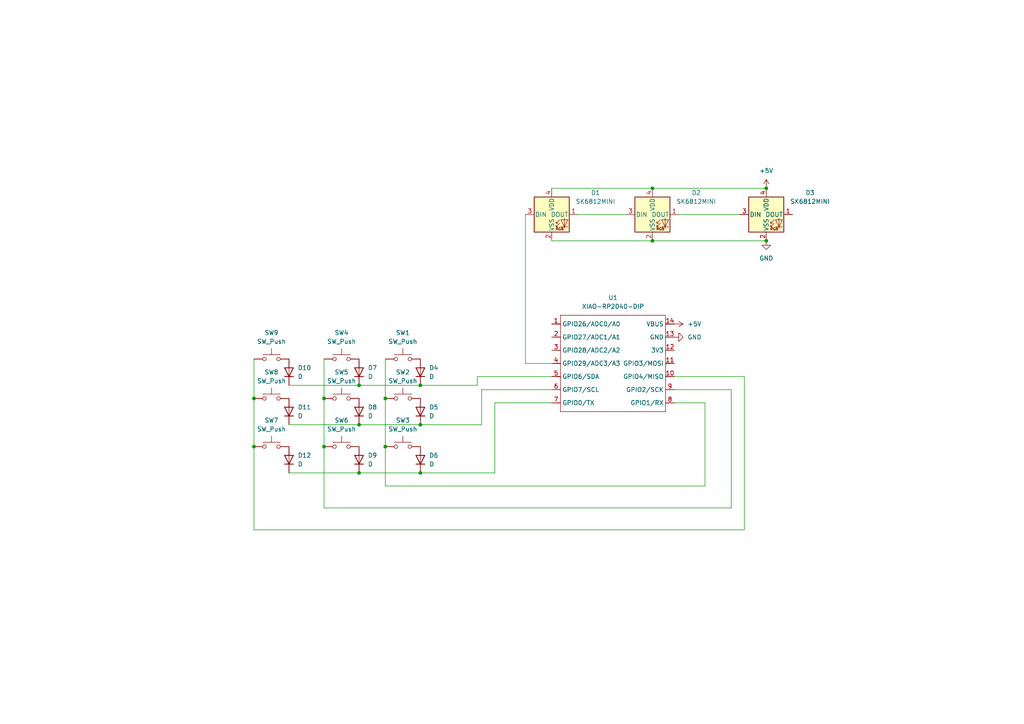
<source format=kicad_sch>
(kicad_sch
	(version 20231120)
	(generator "eeschema")
	(generator_version "8.0")
	(uuid "75fff938-4637-4fc9-9588-e755eafbab70")
	(paper "A4")
	(title_block
		(title "BluePunia's")
	)
	(lib_symbols
		(symbol "Device:D"
			(pin_numbers hide)
			(pin_names
				(offset 1.016) hide)
			(exclude_from_sim no)
			(in_bom yes)
			(on_board yes)
			(property "Reference" "D"
				(at 0 2.54 0)
				(effects
					(font
						(size 1.27 1.27)
					)
				)
			)
			(property "Value" "D"
				(at 0 -2.54 0)
				(effects
					(font
						(size 1.27 1.27)
					)
				)
			)
			(property "Footprint" ""
				(at 0 0 0)
				(effects
					(font
						(size 1.27 1.27)
					)
					(hide yes)
				)
			)
			(property "Datasheet" "~"
				(at 0 0 0)
				(effects
					(font
						(size 1.27 1.27)
					)
					(hide yes)
				)
			)
			(property "Description" "Diode"
				(at 0 0 0)
				(effects
					(font
						(size 1.27 1.27)
					)
					(hide yes)
				)
			)
			(property "Sim.Device" "D"
				(at 0 0 0)
				(effects
					(font
						(size 1.27 1.27)
					)
					(hide yes)
				)
			)
			(property "Sim.Pins" "1=K 2=A"
				(at 0 0 0)
				(effects
					(font
						(size 1.27 1.27)
					)
					(hide yes)
				)
			)
			(property "ki_keywords" "diode"
				(at 0 0 0)
				(effects
					(font
						(size 1.27 1.27)
					)
					(hide yes)
				)
			)
			(property "ki_fp_filters" "TO-???* *_Diode_* *SingleDiode* D_*"
				(at 0 0 0)
				(effects
					(font
						(size 1.27 1.27)
					)
					(hide yes)
				)
			)
			(symbol "D_0_1"
				(polyline
					(pts
						(xy -1.27 1.27) (xy -1.27 -1.27)
					)
					(stroke
						(width 0.254)
						(type default)
					)
					(fill
						(type none)
					)
				)
				(polyline
					(pts
						(xy 1.27 0) (xy -1.27 0)
					)
					(stroke
						(width 0)
						(type default)
					)
					(fill
						(type none)
					)
				)
				(polyline
					(pts
						(xy 1.27 1.27) (xy 1.27 -1.27) (xy -1.27 0) (xy 1.27 1.27)
					)
					(stroke
						(width 0.254)
						(type default)
					)
					(fill
						(type none)
					)
				)
			)
			(symbol "D_1_1"
				(pin passive line
					(at -3.81 0 0)
					(length 2.54)
					(name "K"
						(effects
							(font
								(size 1.27 1.27)
							)
						)
					)
					(number "1"
						(effects
							(font
								(size 1.27 1.27)
							)
						)
					)
				)
				(pin passive line
					(at 3.81 0 180)
					(length 2.54)
					(name "A"
						(effects
							(font
								(size 1.27 1.27)
							)
						)
					)
					(number "2"
						(effects
							(font
								(size 1.27 1.27)
							)
						)
					)
				)
			)
		)
		(symbol "LED:SK6812MINI"
			(pin_names
				(offset 0.254)
			)
			(exclude_from_sim no)
			(in_bom yes)
			(on_board yes)
			(property "Reference" "D"
				(at 5.08 5.715 0)
				(effects
					(font
						(size 1.27 1.27)
					)
					(justify right bottom)
				)
			)
			(property "Value" "SK6812MINI"
				(at 1.27 -5.715 0)
				(effects
					(font
						(size 1.27 1.27)
					)
					(justify left top)
				)
			)
			(property "Footprint" "LED_SMD:LED_SK6812MINI_PLCC4_3.5x3.5mm_P1.75mm"
				(at 1.27 -7.62 0)
				(effects
					(font
						(size 1.27 1.27)
					)
					(justify left top)
					(hide yes)
				)
			)
			(property "Datasheet" "https://cdn-shop.adafruit.com/product-files/2686/SK6812MINI_REV.01-1-2.pdf"
				(at 2.54 -9.525 0)
				(effects
					(font
						(size 1.27 1.27)
					)
					(justify left top)
					(hide yes)
				)
			)
			(property "Description" "RGB LED with integrated controller"
				(at 0 0 0)
				(effects
					(font
						(size 1.27 1.27)
					)
					(hide yes)
				)
			)
			(property "ki_keywords" "RGB LED NeoPixel Mini addressable"
				(at 0 0 0)
				(effects
					(font
						(size 1.27 1.27)
					)
					(hide yes)
				)
			)
			(property "ki_fp_filters" "LED*SK6812MINI*PLCC*3.5x3.5mm*P1.75mm*"
				(at 0 0 0)
				(effects
					(font
						(size 1.27 1.27)
					)
					(hide yes)
				)
			)
			(symbol "SK6812MINI_0_0"
				(text "RGB"
					(at 2.286 -4.191 0)
					(effects
						(font
							(size 0.762 0.762)
						)
					)
				)
			)
			(symbol "SK6812MINI_0_1"
				(polyline
					(pts
						(xy 1.27 -3.556) (xy 1.778 -3.556)
					)
					(stroke
						(width 0)
						(type default)
					)
					(fill
						(type none)
					)
				)
				(polyline
					(pts
						(xy 1.27 -2.54) (xy 1.778 -2.54)
					)
					(stroke
						(width 0)
						(type default)
					)
					(fill
						(type none)
					)
				)
				(polyline
					(pts
						(xy 4.699 -3.556) (xy 2.667 -3.556)
					)
					(stroke
						(width 0)
						(type default)
					)
					(fill
						(type none)
					)
				)
				(polyline
					(pts
						(xy 2.286 -2.54) (xy 1.27 -3.556) (xy 1.27 -3.048)
					)
					(stroke
						(width 0)
						(type default)
					)
					(fill
						(type none)
					)
				)
				(polyline
					(pts
						(xy 2.286 -1.524) (xy 1.27 -2.54) (xy 1.27 -2.032)
					)
					(stroke
						(width 0)
						(type default)
					)
					(fill
						(type none)
					)
				)
				(polyline
					(pts
						(xy 3.683 -1.016) (xy 3.683 -3.556) (xy 3.683 -4.064)
					)
					(stroke
						(width 0)
						(type default)
					)
					(fill
						(type none)
					)
				)
				(polyline
					(pts
						(xy 4.699 -1.524) (xy 2.667 -1.524) (xy 3.683 -3.556) (xy 4.699 -1.524)
					)
					(stroke
						(width 0)
						(type default)
					)
					(fill
						(type none)
					)
				)
				(rectangle
					(start 5.08 5.08)
					(end -5.08 -5.08)
					(stroke
						(width 0.254)
						(type default)
					)
					(fill
						(type background)
					)
				)
			)
			(symbol "SK6812MINI_1_1"
				(pin output line
					(at 7.62 0 180)
					(length 2.54)
					(name "DOUT"
						(effects
							(font
								(size 1.27 1.27)
							)
						)
					)
					(number "1"
						(effects
							(font
								(size 1.27 1.27)
							)
						)
					)
				)
				(pin power_in line
					(at 0 -7.62 90)
					(length 2.54)
					(name "VSS"
						(effects
							(font
								(size 1.27 1.27)
							)
						)
					)
					(number "2"
						(effects
							(font
								(size 1.27 1.27)
							)
						)
					)
				)
				(pin input line
					(at -7.62 0 0)
					(length 2.54)
					(name "DIN"
						(effects
							(font
								(size 1.27 1.27)
							)
						)
					)
					(number "3"
						(effects
							(font
								(size 1.27 1.27)
							)
						)
					)
				)
				(pin power_in line
					(at 0 7.62 270)
					(length 2.54)
					(name "VDD"
						(effects
							(font
								(size 1.27 1.27)
							)
						)
					)
					(number "4"
						(effects
							(font
								(size 1.27 1.27)
							)
						)
					)
				)
			)
		)
		(symbol "Switch:SW_Push"
			(pin_numbers hide)
			(pin_names
				(offset 1.016) hide)
			(exclude_from_sim no)
			(in_bom yes)
			(on_board yes)
			(property "Reference" "SW"
				(at 1.27 2.54 0)
				(effects
					(font
						(size 1.27 1.27)
					)
					(justify left)
				)
			)
			(property "Value" "SW_Push"
				(at 0 -1.524 0)
				(effects
					(font
						(size 1.27 1.27)
					)
				)
			)
			(property "Footprint" ""
				(at 0 5.08 0)
				(effects
					(font
						(size 1.27 1.27)
					)
					(hide yes)
				)
			)
			(property "Datasheet" "~"
				(at 0 5.08 0)
				(effects
					(font
						(size 1.27 1.27)
					)
					(hide yes)
				)
			)
			(property "Description" "Push button switch, generic, two pins"
				(at 0 0 0)
				(effects
					(font
						(size 1.27 1.27)
					)
					(hide yes)
				)
			)
			(property "ki_keywords" "switch normally-open pushbutton push-button"
				(at 0 0 0)
				(effects
					(font
						(size 1.27 1.27)
					)
					(hide yes)
				)
			)
			(symbol "SW_Push_0_1"
				(circle
					(center -2.032 0)
					(radius 0.508)
					(stroke
						(width 0)
						(type default)
					)
					(fill
						(type none)
					)
				)
				(polyline
					(pts
						(xy 0 1.27) (xy 0 3.048)
					)
					(stroke
						(width 0)
						(type default)
					)
					(fill
						(type none)
					)
				)
				(polyline
					(pts
						(xy 2.54 1.27) (xy -2.54 1.27)
					)
					(stroke
						(width 0)
						(type default)
					)
					(fill
						(type none)
					)
				)
				(circle
					(center 2.032 0)
					(radius 0.508)
					(stroke
						(width 0)
						(type default)
					)
					(fill
						(type none)
					)
				)
				(pin passive line
					(at -5.08 0 0)
					(length 2.54)
					(name "1"
						(effects
							(font
								(size 1.27 1.27)
							)
						)
					)
					(number "1"
						(effects
							(font
								(size 1.27 1.27)
							)
						)
					)
				)
				(pin passive line
					(at 5.08 0 180)
					(length 2.54)
					(name "2"
						(effects
							(font
								(size 1.27 1.27)
							)
						)
					)
					(number "2"
						(effects
							(font
								(size 1.27 1.27)
							)
						)
					)
				)
			)
		)
		(symbol "power:+5V"
			(power)
			(pin_numbers hide)
			(pin_names
				(offset 0) hide)
			(exclude_from_sim no)
			(in_bom yes)
			(on_board yes)
			(property "Reference" "#PWR"
				(at 0 -3.81 0)
				(effects
					(font
						(size 1.27 1.27)
					)
					(hide yes)
				)
			)
			(property "Value" "+5V"
				(at 0 3.556 0)
				(effects
					(font
						(size 1.27 1.27)
					)
				)
			)
			(property "Footprint" ""
				(at 0 0 0)
				(effects
					(font
						(size 1.27 1.27)
					)
					(hide yes)
				)
			)
			(property "Datasheet" ""
				(at 0 0 0)
				(effects
					(font
						(size 1.27 1.27)
					)
					(hide yes)
				)
			)
			(property "Description" "Power symbol creates a global label with name \"+5V\""
				(at 0 0 0)
				(effects
					(font
						(size 1.27 1.27)
					)
					(hide yes)
				)
			)
			(property "ki_keywords" "global power"
				(at 0 0 0)
				(effects
					(font
						(size 1.27 1.27)
					)
					(hide yes)
				)
			)
			(symbol "+5V_0_1"
				(polyline
					(pts
						(xy -0.762 1.27) (xy 0 2.54)
					)
					(stroke
						(width 0)
						(type default)
					)
					(fill
						(type none)
					)
				)
				(polyline
					(pts
						(xy 0 0) (xy 0 2.54)
					)
					(stroke
						(width 0)
						(type default)
					)
					(fill
						(type none)
					)
				)
				(polyline
					(pts
						(xy 0 2.54) (xy 0.762 1.27)
					)
					(stroke
						(width 0)
						(type default)
					)
					(fill
						(type none)
					)
				)
			)
			(symbol "+5V_1_1"
				(pin power_in line
					(at 0 0 90)
					(length 0)
					(name "~"
						(effects
							(font
								(size 1.27 1.27)
							)
						)
					)
					(number "1"
						(effects
							(font
								(size 1.27 1.27)
							)
						)
					)
				)
			)
		)
		(symbol "power:GND"
			(power)
			(pin_numbers hide)
			(pin_names
				(offset 0) hide)
			(exclude_from_sim no)
			(in_bom yes)
			(on_board yes)
			(property "Reference" "#PWR"
				(at 0 -6.35 0)
				(effects
					(font
						(size 1.27 1.27)
					)
					(hide yes)
				)
			)
			(property "Value" "GND"
				(at 0 -3.81 0)
				(effects
					(font
						(size 1.27 1.27)
					)
				)
			)
			(property "Footprint" ""
				(at 0 0 0)
				(effects
					(font
						(size 1.27 1.27)
					)
					(hide yes)
				)
			)
			(property "Datasheet" ""
				(at 0 0 0)
				(effects
					(font
						(size 1.27 1.27)
					)
					(hide yes)
				)
			)
			(property "Description" "Power symbol creates a global label with name \"GND\" , ground"
				(at 0 0 0)
				(effects
					(font
						(size 1.27 1.27)
					)
					(hide yes)
				)
			)
			(property "ki_keywords" "global power"
				(at 0 0 0)
				(effects
					(font
						(size 1.27 1.27)
					)
					(hide yes)
				)
			)
			(symbol "GND_0_1"
				(polyline
					(pts
						(xy 0 0) (xy 0 -1.27) (xy 1.27 -1.27) (xy 0 -2.54) (xy -1.27 -1.27) (xy 0 -1.27)
					)
					(stroke
						(width 0)
						(type default)
					)
					(fill
						(type none)
					)
				)
			)
			(symbol "GND_1_1"
				(pin power_in line
					(at 0 0 270)
					(length 0)
					(name "~"
						(effects
							(font
								(size 1.27 1.27)
							)
						)
					)
					(number "1"
						(effects
							(font
								(size 1.27 1.27)
							)
						)
					)
				)
			)
		)
		(symbol "projectOPL:XIAO-RP2040-DIP"
			(exclude_from_sim no)
			(in_bom yes)
			(on_board yes)
			(property "Reference" "U"
				(at 0 0 0)
				(effects
					(font
						(size 1.27 1.27)
					)
				)
			)
			(property "Value" "XIAO-RP2040-DIP"
				(at 5.334 -1.778 0)
				(effects
					(font
						(size 1.27 1.27)
					)
				)
			)
			(property "Footprint" "Module:MOUDLE14P-XIAO-DIP-SMD"
				(at 14.478 -32.258 0)
				(effects
					(font
						(size 1.27 1.27)
					)
					(hide yes)
				)
			)
			(property "Datasheet" ""
				(at 0 0 0)
				(effects
					(font
						(size 1.27 1.27)
					)
					(hide yes)
				)
			)
			(property "Description" ""
				(at 0 0 0)
				(effects
					(font
						(size 1.27 1.27)
					)
					(hide yes)
				)
			)
			(symbol "XIAO-RP2040-DIP_1_0"
				(polyline
					(pts
						(xy -1.27 -30.48) (xy -1.27 -16.51)
					)
					(stroke
						(width 0.1524)
						(type solid)
					)
					(fill
						(type none)
					)
				)
				(polyline
					(pts
						(xy -1.27 -27.94) (xy -2.54 -27.94)
					)
					(stroke
						(width 0.1524)
						(type solid)
					)
					(fill
						(type none)
					)
				)
				(polyline
					(pts
						(xy -1.27 -24.13) (xy -2.54 -24.13)
					)
					(stroke
						(width 0.1524)
						(type solid)
					)
					(fill
						(type none)
					)
				)
				(polyline
					(pts
						(xy -1.27 -20.32) (xy -2.54 -20.32)
					)
					(stroke
						(width 0.1524)
						(type solid)
					)
					(fill
						(type none)
					)
				)
				(polyline
					(pts
						(xy -1.27 -16.51) (xy -2.54 -16.51)
					)
					(stroke
						(width 0.1524)
						(type solid)
					)
					(fill
						(type none)
					)
				)
				(polyline
					(pts
						(xy -1.27 -16.51) (xy -1.27 -12.7)
					)
					(stroke
						(width 0.1524)
						(type solid)
					)
					(fill
						(type none)
					)
				)
				(polyline
					(pts
						(xy -1.27 -12.7) (xy -2.54 -12.7)
					)
					(stroke
						(width 0.1524)
						(type solid)
					)
					(fill
						(type none)
					)
				)
				(polyline
					(pts
						(xy -1.27 -12.7) (xy -1.27 -8.89)
					)
					(stroke
						(width 0.1524)
						(type solid)
					)
					(fill
						(type none)
					)
				)
				(polyline
					(pts
						(xy -1.27 -8.89) (xy -2.54 -8.89)
					)
					(stroke
						(width 0.1524)
						(type solid)
					)
					(fill
						(type none)
					)
				)
				(polyline
					(pts
						(xy -1.27 -8.89) (xy -1.27 -5.08)
					)
					(stroke
						(width 0.1524)
						(type solid)
					)
					(fill
						(type none)
					)
				)
				(polyline
					(pts
						(xy -1.27 -5.08) (xy -2.54 -5.08)
					)
					(stroke
						(width 0.1524)
						(type solid)
					)
					(fill
						(type none)
					)
				)
				(polyline
					(pts
						(xy -1.27 -5.08) (xy -1.27 -2.54)
					)
					(stroke
						(width 0.1524)
						(type solid)
					)
					(fill
						(type none)
					)
				)
				(polyline
					(pts
						(xy -1.27 -2.54) (xy 29.21 -2.54)
					)
					(stroke
						(width 0.1524)
						(type solid)
					)
					(fill
						(type none)
					)
				)
				(polyline
					(pts
						(xy 29.21 -30.48) (xy -1.27 -30.48)
					)
					(stroke
						(width 0.1524)
						(type solid)
					)
					(fill
						(type none)
					)
				)
				(polyline
					(pts
						(xy 29.21 -12.7) (xy 29.21 -30.48)
					)
					(stroke
						(width 0.1524)
						(type solid)
					)
					(fill
						(type none)
					)
				)
				(polyline
					(pts
						(xy 29.21 -8.89) (xy 29.21 -12.7)
					)
					(stroke
						(width 0.1524)
						(type solid)
					)
					(fill
						(type none)
					)
				)
				(polyline
					(pts
						(xy 29.21 -5.08) (xy 29.21 -8.89)
					)
					(stroke
						(width 0.1524)
						(type solid)
					)
					(fill
						(type none)
					)
				)
				(polyline
					(pts
						(xy 29.21 -2.54) (xy 29.21 -5.08)
					)
					(stroke
						(width 0.1524)
						(type solid)
					)
					(fill
						(type none)
					)
				)
				(polyline
					(pts
						(xy 30.48 -27.94) (xy 29.21 -27.94)
					)
					(stroke
						(width 0.1524)
						(type solid)
					)
					(fill
						(type none)
					)
				)
				(polyline
					(pts
						(xy 30.48 -24.13) (xy 29.21 -24.13)
					)
					(stroke
						(width 0.1524)
						(type solid)
					)
					(fill
						(type none)
					)
				)
				(polyline
					(pts
						(xy 30.48 -20.32) (xy 29.21 -20.32)
					)
					(stroke
						(width 0.1524)
						(type solid)
					)
					(fill
						(type none)
					)
				)
				(polyline
					(pts
						(xy 30.48 -16.51) (xy 29.21 -16.51)
					)
					(stroke
						(width 0.1524)
						(type solid)
					)
					(fill
						(type none)
					)
				)
				(polyline
					(pts
						(xy 30.48 -12.7) (xy 29.21 -12.7)
					)
					(stroke
						(width 0.1524)
						(type solid)
					)
					(fill
						(type none)
					)
				)
				(polyline
					(pts
						(xy 30.48 -8.89) (xy 29.21 -8.89)
					)
					(stroke
						(width 0.1524)
						(type solid)
					)
					(fill
						(type none)
					)
				)
				(polyline
					(pts
						(xy 30.48 -5.08) (xy 29.21 -5.08)
					)
					(stroke
						(width 0.1524)
						(type solid)
					)
					(fill
						(type none)
					)
				)
				(pin passive line
					(at -3.81 -5.08 0)
					(length 2.54)
					(name "GPIO26/ADC0/A0"
						(effects
							(font
								(size 1.27 1.27)
							)
						)
					)
					(number "1"
						(effects
							(font
								(size 1.27 1.27)
							)
						)
					)
				)
				(pin passive line
					(at 31.75 -20.32 180)
					(length 2.54)
					(name "GPIO4/MISO"
						(effects
							(font
								(size 1.27 1.27)
							)
						)
					)
					(number "10"
						(effects
							(font
								(size 1.27 1.27)
							)
						)
					)
				)
				(pin passive line
					(at 31.75 -16.51 180)
					(length 2.54)
					(name "GPIO3/MOSI"
						(effects
							(font
								(size 1.27 1.27)
							)
						)
					)
					(number "11"
						(effects
							(font
								(size 1.27 1.27)
							)
						)
					)
				)
				(pin passive line
					(at 31.75 -12.7 180)
					(length 2.54)
					(name "3V3"
						(effects
							(font
								(size 1.27 1.27)
							)
						)
					)
					(number "12"
						(effects
							(font
								(size 1.27 1.27)
							)
						)
					)
				)
				(pin passive line
					(at 31.75 -8.89 180)
					(length 2.54)
					(name "GND"
						(effects
							(font
								(size 1.27 1.27)
							)
						)
					)
					(number "13"
						(effects
							(font
								(size 1.27 1.27)
							)
						)
					)
				)
				(pin passive line
					(at 31.75 -5.08 180)
					(length 2.54)
					(name "VBUS"
						(effects
							(font
								(size 1.27 1.27)
							)
						)
					)
					(number "14"
						(effects
							(font
								(size 1.27 1.27)
							)
						)
					)
				)
				(pin passive line
					(at -3.81 -8.89 0)
					(length 2.54)
					(name "GPIO27/ADC1/A1"
						(effects
							(font
								(size 1.27 1.27)
							)
						)
					)
					(number "2"
						(effects
							(font
								(size 1.27 1.27)
							)
						)
					)
				)
				(pin passive line
					(at -3.81 -12.7 0)
					(length 2.54)
					(name "GPIO28/ADC2/A2"
						(effects
							(font
								(size 1.27 1.27)
							)
						)
					)
					(number "3"
						(effects
							(font
								(size 1.27 1.27)
							)
						)
					)
				)
				(pin passive line
					(at -3.81 -16.51 0)
					(length 2.54)
					(name "GPIO29/ADC3/A3"
						(effects
							(font
								(size 1.27 1.27)
							)
						)
					)
					(number "4"
						(effects
							(font
								(size 1.27 1.27)
							)
						)
					)
				)
				(pin passive line
					(at -3.81 -20.32 0)
					(length 2.54)
					(name "GPIO6/SDA"
						(effects
							(font
								(size 1.27 1.27)
							)
						)
					)
					(number "5"
						(effects
							(font
								(size 1.27 1.27)
							)
						)
					)
				)
				(pin passive line
					(at -3.81 -24.13 0)
					(length 2.54)
					(name "GPIO7/SCL"
						(effects
							(font
								(size 1.27 1.27)
							)
						)
					)
					(number "6"
						(effects
							(font
								(size 1.27 1.27)
							)
						)
					)
				)
				(pin passive line
					(at -3.81 -27.94 0)
					(length 2.54)
					(name "GPIO0/TX"
						(effects
							(font
								(size 1.27 1.27)
							)
						)
					)
					(number "7"
						(effects
							(font
								(size 1.27 1.27)
							)
						)
					)
				)
				(pin passive line
					(at 31.75 -27.94 180)
					(length 2.54)
					(name "GPIO1/RX"
						(effects
							(font
								(size 1.27 1.27)
							)
						)
					)
					(number "8"
						(effects
							(font
								(size 1.27 1.27)
							)
						)
					)
				)
				(pin passive line
					(at 31.75 -24.13 180)
					(length 2.54)
					(name "GPIO2/SCK"
						(effects
							(font
								(size 1.27 1.27)
							)
						)
					)
					(number "9"
						(effects
							(font
								(size 1.27 1.27)
							)
						)
					)
				)
			)
		)
	)
	(junction
		(at 111.76 115.57)
		(diameter 0)
		(color 0 0 0 0)
		(uuid "1d4e3711-32a2-4563-b6f7-639eee355d35")
	)
	(junction
		(at 104.14 137.16)
		(diameter 0)
		(color 0 0 0 0)
		(uuid "44585beb-8d1d-46be-b685-17a556b69e38")
	)
	(junction
		(at 121.92 111.76)
		(diameter 0)
		(color 0 0 0 0)
		(uuid "7f67f229-7cff-4a4a-adfc-9ba3581c3a30")
	)
	(junction
		(at 121.92 123.19)
		(diameter 0)
		(color 0 0 0 0)
		(uuid "85ecd724-f359-4a6a-af49-d1e3d57a36fa")
	)
	(junction
		(at 104.14 111.76)
		(diameter 0)
		(color 0 0 0 0)
		(uuid "90bf9fb5-9539-4c10-a1f7-b976fec7e17d")
	)
	(junction
		(at 189.23 54.61)
		(diameter 0)
		(color 0 0 0 0)
		(uuid "92814043-aca7-48f5-84d9-9b1418446b26")
	)
	(junction
		(at 222.25 54.61)
		(diameter 0)
		(color 0 0 0 0)
		(uuid "92fd4393-00f4-4282-b2fc-7646543cd7f0")
	)
	(junction
		(at 111.76 129.54)
		(diameter 0)
		(color 0 0 0 0)
		(uuid "986e4d54-8d58-4715-ba3d-fb61082f47b2")
	)
	(junction
		(at 73.66 115.57)
		(diameter 0)
		(color 0 0 0 0)
		(uuid "9c15e337-ab01-4f19-93c3-712d4ddf6909")
	)
	(junction
		(at 104.14 123.19)
		(diameter 0)
		(color 0 0 0 0)
		(uuid "a61ee288-26aa-4307-ae78-e059c9181119")
	)
	(junction
		(at 73.66 129.54)
		(diameter 0)
		(color 0 0 0 0)
		(uuid "a63f2e2e-27ea-4eef-89b3-f4d3bffed783")
	)
	(junction
		(at 121.92 137.16)
		(diameter 0)
		(color 0 0 0 0)
		(uuid "abb9ba2b-061c-45a2-a476-9a2c75c7243f")
	)
	(junction
		(at 93.98 115.57)
		(diameter 0)
		(color 0 0 0 0)
		(uuid "b3e1bf84-ef42-4184-85df-f8ed2f125db1")
	)
	(junction
		(at 222.25 69.85)
		(diameter 0)
		(color 0 0 0 0)
		(uuid "b4075e2f-43ee-4a48-9327-4f518ed966dc")
	)
	(junction
		(at 189.23 69.85)
		(diameter 0)
		(color 0 0 0 0)
		(uuid "cb594ef3-ff63-4b86-85a5-4cd7da9087f6")
	)
	(junction
		(at 93.98 129.54)
		(diameter 0)
		(color 0 0 0 0)
		(uuid "de330e58-fe14-4f33-9a4f-ac3931be3a6c")
	)
	(wire
		(pts
			(xy 143.51 116.84) (xy 160.02 116.84)
		)
		(stroke
			(width 0)
			(type default)
		)
		(uuid "03be0e48-f6cf-406f-aa8c-55d1c75cdb35")
	)
	(wire
		(pts
			(xy 93.98 115.57) (xy 93.98 129.54)
		)
		(stroke
			(width 0)
			(type default)
		)
		(uuid "155e6136-a591-4002-80ec-b757cc096bde")
	)
	(wire
		(pts
			(xy 104.14 111.76) (xy 121.92 111.76)
		)
		(stroke
			(width 0)
			(type default)
		)
		(uuid "1ca1ec58-7270-4e41-a6e6-2f5b671d03d4")
	)
	(wire
		(pts
			(xy 139.7 123.19) (xy 139.7 113.03)
		)
		(stroke
			(width 0)
			(type default)
		)
		(uuid "1d971538-9f50-44bc-89f6-a3860b210ff6")
	)
	(wire
		(pts
			(xy 73.66 129.54) (xy 73.66 153.67)
		)
		(stroke
			(width 0)
			(type default)
		)
		(uuid "1f5cdca5-5892-4cda-8f16-d507308e62e7")
	)
	(wire
		(pts
			(xy 212.09 147.32) (xy 212.09 113.03)
		)
		(stroke
			(width 0)
			(type default)
		)
		(uuid "25d64c3f-04b0-4612-ae9f-4c12cb2c551e")
	)
	(wire
		(pts
			(xy 189.23 69.85) (xy 222.25 69.85)
		)
		(stroke
			(width 0)
			(type default)
		)
		(uuid "263dc77f-8171-49c7-82a4-1f4cd1fc4230")
	)
	(wire
		(pts
			(xy 83.82 137.16) (xy 104.14 137.16)
		)
		(stroke
			(width 0)
			(type default)
		)
		(uuid "2915aab0-cfc0-45bc-a873-ab25fc8a821d")
	)
	(wire
		(pts
			(xy 152.4 105.41) (xy 152.4 62.23)
		)
		(stroke
			(width 0)
			(type default)
		)
		(uuid "2b5d7e24-5fe1-4740-affe-65f8e955d81d")
	)
	(wire
		(pts
			(xy 83.82 123.19) (xy 104.14 123.19)
		)
		(stroke
			(width 0)
			(type default)
		)
		(uuid "2dfa4f6b-a020-4127-9bcc-faae2ed44792")
	)
	(wire
		(pts
			(xy 189.23 54.61) (xy 222.25 54.61)
		)
		(stroke
			(width 0)
			(type default)
		)
		(uuid "30c5bd50-4390-455d-b97b-f0dab843e168")
	)
	(wire
		(pts
			(xy 73.66 115.57) (xy 73.66 129.54)
		)
		(stroke
			(width 0)
			(type default)
		)
		(uuid "3274a4b1-f262-4e99-92e5-e6eb4de2e20a")
	)
	(wire
		(pts
			(xy 167.64 62.23) (xy 181.61 62.23)
		)
		(stroke
			(width 0)
			(type default)
		)
		(uuid "48c4de22-82cf-4429-90a6-e0345b13a7fb")
	)
	(wire
		(pts
			(xy 111.76 129.54) (xy 111.76 140.97)
		)
		(stroke
			(width 0)
			(type default)
		)
		(uuid "51337b4d-a803-4fc8-a0ec-a17d3e296b41")
	)
	(wire
		(pts
			(xy 215.9 109.22) (xy 195.58 109.22)
		)
		(stroke
			(width 0)
			(type default)
		)
		(uuid "54143719-a67d-4229-93de-26bc40774c60")
	)
	(wire
		(pts
			(xy 215.9 153.67) (xy 215.9 109.22)
		)
		(stroke
			(width 0)
			(type default)
		)
		(uuid "54476c51-c662-4406-b521-d7696573e265")
	)
	(wire
		(pts
			(xy 204.47 116.84) (xy 195.58 116.84)
		)
		(stroke
			(width 0)
			(type default)
		)
		(uuid "5593a1d5-c2d3-4224-bae2-2e1802068ad6")
	)
	(wire
		(pts
			(xy 93.98 147.32) (xy 212.09 147.32)
		)
		(stroke
			(width 0)
			(type default)
		)
		(uuid "57866b1e-0659-4828-b3c1-b83775ab975b")
	)
	(wire
		(pts
			(xy 121.92 137.16) (xy 143.51 137.16)
		)
		(stroke
			(width 0)
			(type default)
		)
		(uuid "599e5ef5-eb06-48d2-a699-29f47c4861a5")
	)
	(wire
		(pts
			(xy 73.66 153.67) (xy 215.9 153.67)
		)
		(stroke
			(width 0)
			(type default)
		)
		(uuid "6308919b-1d37-4577-87a4-170661d74651")
	)
	(wire
		(pts
			(xy 73.66 104.14) (xy 73.66 115.57)
		)
		(stroke
			(width 0)
			(type default)
		)
		(uuid "65cbfabc-eef3-4e31-8937-4685036196fe")
	)
	(wire
		(pts
			(xy 160.02 105.41) (xy 152.4 105.41)
		)
		(stroke
			(width 0)
			(type default)
		)
		(uuid "66875c1a-29ad-4e50-8073-f0421605c407")
	)
	(wire
		(pts
			(xy 138.43 111.76) (xy 138.43 109.22)
		)
		(stroke
			(width 0)
			(type default)
		)
		(uuid "6f4ff6b7-8c26-4ca6-a4b9-45ec40d9318e")
	)
	(wire
		(pts
			(xy 104.14 123.19) (xy 121.92 123.19)
		)
		(stroke
			(width 0)
			(type default)
		)
		(uuid "7f177ead-8d39-4849-8f0d-62ea2c1bff8a")
	)
	(wire
		(pts
			(xy 138.43 109.22) (xy 160.02 109.22)
		)
		(stroke
			(width 0)
			(type default)
		)
		(uuid "951b2c08-7697-4fbe-a2ed-1e3e7b8a5875")
	)
	(wire
		(pts
			(xy 104.14 137.16) (xy 121.92 137.16)
		)
		(stroke
			(width 0)
			(type default)
		)
		(uuid "970365c3-d63a-4bd0-87f6-760c98b8f792")
	)
	(wire
		(pts
			(xy 111.76 104.14) (xy 111.76 115.57)
		)
		(stroke
			(width 0)
			(type default)
		)
		(uuid "9dbba5c4-93ab-4540-90e9-5481cbc34da0")
	)
	(wire
		(pts
			(xy 121.92 123.19) (xy 139.7 123.19)
		)
		(stroke
			(width 0)
			(type default)
		)
		(uuid "9dcf093c-d233-417d-be38-892266b0c293")
	)
	(wire
		(pts
			(xy 111.76 140.97) (xy 204.47 140.97)
		)
		(stroke
			(width 0)
			(type default)
		)
		(uuid "a9c39933-4565-46c8-9b22-69ba31ac0267")
	)
	(wire
		(pts
			(xy 160.02 69.85) (xy 189.23 69.85)
		)
		(stroke
			(width 0)
			(type default)
		)
		(uuid "aa0a4f65-409d-451e-8a1b-623cba15a317")
	)
	(wire
		(pts
			(xy 111.76 115.57) (xy 111.76 129.54)
		)
		(stroke
			(width 0)
			(type default)
		)
		(uuid "af81d6e7-1305-45b0-8253-136c16a983dd")
	)
	(wire
		(pts
			(xy 121.92 111.76) (xy 138.43 111.76)
		)
		(stroke
			(width 0)
			(type default)
		)
		(uuid "b47a6887-13d2-438b-b69f-f700bd770ced")
	)
	(wire
		(pts
			(xy 93.98 129.54) (xy 93.98 147.32)
		)
		(stroke
			(width 0)
			(type default)
		)
		(uuid "c0bf8da1-6ef8-46d0-a2a8-0b8f42811b17")
	)
	(wire
		(pts
			(xy 139.7 113.03) (xy 160.02 113.03)
		)
		(stroke
			(width 0)
			(type default)
		)
		(uuid "c690193d-4b50-4445-a2a3-2c7b98ddce1a")
	)
	(wire
		(pts
			(xy 143.51 137.16) (xy 143.51 116.84)
		)
		(stroke
			(width 0)
			(type default)
		)
		(uuid "cc897771-8ffc-4cbf-a091-90df8ae506ee")
	)
	(wire
		(pts
			(xy 83.82 111.76) (xy 104.14 111.76)
		)
		(stroke
			(width 0)
			(type default)
		)
		(uuid "ccd9cc11-8a34-4abf-90b4-23cfc1211cdf")
	)
	(wire
		(pts
			(xy 160.02 54.61) (xy 189.23 54.61)
		)
		(stroke
			(width 0)
			(type default)
		)
		(uuid "e318ded1-66f2-4a0f-9b11-03c5165f2669")
	)
	(wire
		(pts
			(xy 196.85 62.23) (xy 214.63 62.23)
		)
		(stroke
			(width 0)
			(type default)
		)
		(uuid "e6f8029a-9836-47ca-9f86-7c5cbf1aae8b")
	)
	(wire
		(pts
			(xy 93.98 104.14) (xy 93.98 115.57)
		)
		(stroke
			(width 0)
			(type default)
		)
		(uuid "e7514886-7e38-470a-9e4c-ac922dc2cadf")
	)
	(wire
		(pts
			(xy 204.47 140.97) (xy 204.47 116.84)
		)
		(stroke
			(width 0)
			(type default)
		)
		(uuid "f3c87864-18fb-4b98-98c0-766a992de86c")
	)
	(wire
		(pts
			(xy 212.09 113.03) (xy 195.58 113.03)
		)
		(stroke
			(width 0)
			(type default)
		)
		(uuid "f6bdee98-3b3d-4098-b2db-1a1d250c00f1")
	)
	(symbol
		(lib_id "Switch:SW_Push")
		(at 78.74 104.14 0)
		(unit 1)
		(exclude_from_sim no)
		(in_bom yes)
		(on_board yes)
		(dnp no)
		(fields_autoplaced yes)
		(uuid "033b51d6-035e-4f1f-a756-0d33e28a452c")
		(property "Reference" "SW9"
			(at 78.74 96.52 0)
			(effects
				(font
					(size 1.27 1.27)
				)
			)
		)
		(property "Value" "SW_Push"
			(at 78.74 99.06 0)
			(effects
				(font
					(size 1.27 1.27)
				)
			)
		)
		(property "Footprint" "Button_Switch_Keyboard:SW_Cherry_MX_1.00u_PCB"
			(at 78.74 99.06 0)
			(effects
				(font
					(size 1.27 1.27)
				)
				(hide yes)
			)
		)
		(property "Datasheet" "~"
			(at 78.74 99.06 0)
			(effects
				(font
					(size 1.27 1.27)
				)
				(hide yes)
			)
		)
		(property "Description" "Push button switch, generic, two pins"
			(at 78.74 104.14 0)
			(effects
				(font
					(size 1.27 1.27)
				)
				(hide yes)
			)
		)
		(pin "2"
			(uuid "d945b8a3-a54e-4a9e-b09f-25d007aa5452")
		)
		(pin "1"
			(uuid "47c9d4ae-c0da-4958-a92f-7a653230b5f3")
		)
		(instances
			(project ""
				(path "/75fff938-4637-4fc9-9588-e755eafbab70"
					(reference "SW9")
					(unit 1)
				)
			)
		)
	)
	(symbol
		(lib_id "Device:D")
		(at 83.82 107.95 90)
		(unit 1)
		(exclude_from_sim no)
		(in_bom yes)
		(on_board yes)
		(dnp no)
		(fields_autoplaced yes)
		(uuid "0616ebf6-abd3-4f7c-92e2-4398dbdec0a9")
		(property "Reference" "D10"
			(at 86.36 106.6799 90)
			(effects
				(font
					(size 1.27 1.27)
				)
				(justify right)
			)
		)
		(property "Value" "D"
			(at 86.36 109.2199 90)
			(effects
				(font
					(size 1.27 1.27)
				)
				(justify right)
			)
		)
		(property "Footprint" "Diode_THT:D_DO-41_SOD81_P7.62mm_Horizontal"
			(at 83.82 107.95 0)
			(effects
				(font
					(size 1.27 1.27)
				)
				(hide yes)
			)
		)
		(property "Datasheet" "~"
			(at 83.82 107.95 0)
			(effects
				(font
					(size 1.27 1.27)
				)
				(hide yes)
			)
		)
		(property "Description" "Diode"
			(at 83.82 107.95 0)
			(effects
				(font
					(size 1.27 1.27)
				)
				(hide yes)
			)
		)
		(property "Sim.Device" "D"
			(at 83.82 107.95 0)
			(effects
				(font
					(size 1.27 1.27)
				)
				(hide yes)
			)
		)
		(property "Sim.Pins" "1=K 2=A"
			(at 83.82 107.95 0)
			(effects
				(font
					(size 1.27 1.27)
				)
				(hide yes)
			)
		)
		(pin "1"
			(uuid "1c1681ee-ccb6-49cc-b5bf-323e60e4b57c")
		)
		(pin "2"
			(uuid "e752e021-1989-4f81-80d3-d925d1b38c7a")
		)
		(instances
			(project ""
				(path "/75fff938-4637-4fc9-9588-e755eafbab70"
					(reference "D10")
					(unit 1)
				)
			)
		)
	)
	(symbol
		(lib_id "Device:D")
		(at 83.82 119.38 90)
		(unit 1)
		(exclude_from_sim no)
		(in_bom yes)
		(on_board yes)
		(dnp no)
		(fields_autoplaced yes)
		(uuid "10fb415c-f02e-451b-b46c-809d1040ec80")
		(property "Reference" "D11"
			(at 86.36 118.1099 90)
			(effects
				(font
					(size 1.27 1.27)
				)
				(justify right)
			)
		)
		(property "Value" "D"
			(at 86.36 120.6499 90)
			(effects
				(font
					(size 1.27 1.27)
				)
				(justify right)
			)
		)
		(property "Footprint" "Diode_THT:D_DO-41_SOD81_P7.62mm_Horizontal"
			(at 83.82 119.38 0)
			(effects
				(font
					(size 1.27 1.27)
				)
				(hide yes)
			)
		)
		(property "Datasheet" "~"
			(at 83.82 119.38 0)
			(effects
				(font
					(size 1.27 1.27)
				)
				(hide yes)
			)
		)
		(property "Description" "Diode"
			(at 83.82 119.38 0)
			(effects
				(font
					(size 1.27 1.27)
				)
				(hide yes)
			)
		)
		(property "Sim.Device" "D"
			(at 83.82 119.38 0)
			(effects
				(font
					(size 1.27 1.27)
				)
				(hide yes)
			)
		)
		(property "Sim.Pins" "1=K 2=A"
			(at 83.82 119.38 0)
			(effects
				(font
					(size 1.27 1.27)
				)
				(hide yes)
			)
		)
		(pin "1"
			(uuid "1c1681ee-ccb6-49cc-b5bf-323e60e4b57d")
		)
		(pin "2"
			(uuid "e752e021-1989-4f81-80d3-d925d1b38c7b")
		)
		(instances
			(project ""
				(path "/75fff938-4637-4fc9-9588-e755eafbab70"
					(reference "D11")
					(unit 1)
				)
			)
		)
	)
	(symbol
		(lib_id "Device:D")
		(at 104.14 119.38 90)
		(unit 1)
		(exclude_from_sim no)
		(in_bom yes)
		(on_board yes)
		(dnp no)
		(fields_autoplaced yes)
		(uuid "194de7f5-53fe-49d8-a1c4-c6b047f5b2ce")
		(property "Reference" "D8"
			(at 106.68 118.1099 90)
			(effects
				(font
					(size 1.27 1.27)
				)
				(justify right)
			)
		)
		(property "Value" "D"
			(at 106.68 120.6499 90)
			(effects
				(font
					(size 1.27 1.27)
				)
				(justify right)
			)
		)
		(property "Footprint" "Diode_THT:D_DO-41_SOD81_P7.62mm_Horizontal"
			(at 104.14 119.38 0)
			(effects
				(font
					(size 1.27 1.27)
				)
				(hide yes)
			)
		)
		(property "Datasheet" "~"
			(at 104.14 119.38 0)
			(effects
				(font
					(size 1.27 1.27)
				)
				(hide yes)
			)
		)
		(property "Description" "Diode"
			(at 104.14 119.38 0)
			(effects
				(font
					(size 1.27 1.27)
				)
				(hide yes)
			)
		)
		(property "Sim.Device" "D"
			(at 104.14 119.38 0)
			(effects
				(font
					(size 1.27 1.27)
				)
				(hide yes)
			)
		)
		(property "Sim.Pins" "1=K 2=A"
			(at 104.14 119.38 0)
			(effects
				(font
					(size 1.27 1.27)
				)
				(hide yes)
			)
		)
		(pin "1"
			(uuid "1c1681ee-ccb6-49cc-b5bf-323e60e4b57e")
		)
		(pin "2"
			(uuid "e752e021-1989-4f81-80d3-d925d1b38c7c")
		)
		(instances
			(project ""
				(path "/75fff938-4637-4fc9-9588-e755eafbab70"
					(reference "D8")
					(unit 1)
				)
			)
		)
	)
	(symbol
		(lib_id "Switch:SW_Push")
		(at 116.84 104.14 0)
		(unit 1)
		(exclude_from_sim no)
		(in_bom yes)
		(on_board yes)
		(dnp no)
		(fields_autoplaced yes)
		(uuid "3e51af50-ddec-4245-8173-aa48e9e05f88")
		(property "Reference" "SW1"
			(at 116.84 96.52 0)
			(effects
				(font
					(size 1.27 1.27)
				)
			)
		)
		(property "Value" "SW_Push"
			(at 116.84 99.06 0)
			(effects
				(font
					(size 1.27 1.27)
				)
			)
		)
		(property "Footprint" "Button_Switch_Keyboard:SW_Cherry_MX_1.00u_PCB"
			(at 116.84 99.06 0)
			(effects
				(font
					(size 1.27 1.27)
				)
				(hide yes)
			)
		)
		(property "Datasheet" "~"
			(at 116.84 99.06 0)
			(effects
				(font
					(size 1.27 1.27)
				)
				(hide yes)
			)
		)
		(property "Description" "Push button switch, generic, two pins"
			(at 116.84 104.14 0)
			(effects
				(font
					(size 1.27 1.27)
				)
				(hide yes)
			)
		)
		(pin "2"
			(uuid "d945b8a3-a54e-4a9e-b09f-25d007aa5453")
		)
		(pin "1"
			(uuid "47c9d4ae-c0da-4958-a92f-7a653230b5f4")
		)
		(instances
			(project ""
				(path "/75fff938-4637-4fc9-9588-e755eafbab70"
					(reference "SW1")
					(unit 1)
				)
			)
		)
	)
	(symbol
		(lib_id "Device:D")
		(at 121.92 107.95 90)
		(unit 1)
		(exclude_from_sim no)
		(in_bom yes)
		(on_board yes)
		(dnp no)
		(fields_autoplaced yes)
		(uuid "426d4064-b149-48c8-a0cd-af3c0d9c6dc8")
		(property "Reference" "D4"
			(at 124.46 106.6799 90)
			(effects
				(font
					(size 1.27 1.27)
				)
				(justify right)
			)
		)
		(property "Value" "D"
			(at 124.46 109.2199 90)
			(effects
				(font
					(size 1.27 1.27)
				)
				(justify right)
			)
		)
		(property "Footprint" "Diode_THT:D_DO-41_SOD81_P7.62mm_Horizontal"
			(at 121.92 107.95 0)
			(effects
				(font
					(size 1.27 1.27)
				)
				(hide yes)
			)
		)
		(property "Datasheet" "~"
			(at 121.92 107.95 0)
			(effects
				(font
					(size 1.27 1.27)
				)
				(hide yes)
			)
		)
		(property "Description" "Diode"
			(at 121.92 107.95 0)
			(effects
				(font
					(size 1.27 1.27)
				)
				(hide yes)
			)
		)
		(property "Sim.Device" "D"
			(at 121.92 107.95 0)
			(effects
				(font
					(size 1.27 1.27)
				)
				(hide yes)
			)
		)
		(property "Sim.Pins" "1=K 2=A"
			(at 121.92 107.95 0)
			(effects
				(font
					(size 1.27 1.27)
				)
				(hide yes)
			)
		)
		(pin "1"
			(uuid "1c1681ee-ccb6-49cc-b5bf-323e60e4b57f")
		)
		(pin "2"
			(uuid "e752e021-1989-4f81-80d3-d925d1b38c7d")
		)
		(instances
			(project ""
				(path "/75fff938-4637-4fc9-9588-e755eafbab70"
					(reference "D4")
					(unit 1)
				)
			)
		)
	)
	(symbol
		(lib_id "projectOPL:XIAO-RP2040-DIP")
		(at 163.83 88.9 0)
		(unit 1)
		(exclude_from_sim no)
		(in_bom yes)
		(on_board yes)
		(dnp no)
		(fields_autoplaced yes)
		(uuid "4d3223be-682d-4c5e-99de-fe664319a862")
		(property "Reference" "U1"
			(at 177.8 86.36 0)
			(effects
				(font
					(size 1.27 1.27)
				)
			)
		)
		(property "Value" "XIAO-RP2040-DIP"
			(at 177.8 88.9 0)
			(effects
				(font
					(size 1.27 1.27)
				)
			)
		)
		(property "Footprint" "pojectOPL:XIAO-RP2040-DIP"
			(at 178.308 121.158 0)
			(effects
				(font
					(size 1.27 1.27)
				)
				(hide yes)
			)
		)
		(property "Datasheet" ""
			(at 163.83 88.9 0)
			(effects
				(font
					(size 1.27 1.27)
				)
				(hide yes)
			)
		)
		(property "Description" ""
			(at 163.83 88.9 0)
			(effects
				(font
					(size 1.27 1.27)
				)
				(hide yes)
			)
		)
		(pin "2"
			(uuid "3fbfecec-6e5d-4791-a495-21e97afa0e22")
		)
		(pin "14"
			(uuid "a42c3d76-e490-4fcd-ba56-5fbb97afa00b")
		)
		(pin "10"
			(uuid "16bc2f20-22a9-4617-b604-23ae9ba973b1")
		)
		(pin "13"
			(uuid "46050222-1e0d-443a-b4e1-562edf65cccd")
		)
		(pin "4"
			(uuid "18084651-f6b7-47d9-ab8b-76a443ad98e5")
		)
		(pin "9"
			(uuid "a3c29df1-d94c-44b0-a17b-7e27386d0e9c")
		)
		(pin "7"
			(uuid "e2820be5-487a-4e2e-802d-fea70595e5a9")
		)
		(pin "5"
			(uuid "76eaec36-09a9-4b02-899b-3c3fc13cdb0a")
		)
		(pin "12"
			(uuid "153d9103-fcfe-4da1-9622-6c6761a8c6c4")
		)
		(pin "8"
			(uuid "70420c35-051f-4254-af00-a928cfecbfbf")
		)
		(pin "3"
			(uuid "700e3044-5e00-4fcf-95f6-84a6ff6ecad8")
		)
		(pin "11"
			(uuid "52036e6b-22d3-437c-896f-c8a027d1498a")
		)
		(pin "1"
			(uuid "e3d5c81c-f1be-4656-a560-5c4ea28b9902")
		)
		(pin "6"
			(uuid "1de637e6-d95a-4206-a2f6-778aac6c2374")
		)
		(instances
			(project ""
				(path "/75fff938-4637-4fc9-9588-e755eafbab70"
					(reference "U1")
					(unit 1)
				)
			)
		)
	)
	(symbol
		(lib_id "Switch:SW_Push")
		(at 78.74 129.54 0)
		(unit 1)
		(exclude_from_sim no)
		(in_bom yes)
		(on_board yes)
		(dnp no)
		(fields_autoplaced yes)
		(uuid "62d453c4-531c-4c70-8d7a-d74a552e8002")
		(property "Reference" "SW7"
			(at 78.74 121.92 0)
			(effects
				(font
					(size 1.27 1.27)
				)
			)
		)
		(property "Value" "SW_Push"
			(at 78.74 124.46 0)
			(effects
				(font
					(size 1.27 1.27)
				)
			)
		)
		(property "Footprint" "Button_Switch_Keyboard:SW_Cherry_MX_1.00u_PCB"
			(at 78.74 124.46 0)
			(effects
				(font
					(size 1.27 1.27)
				)
				(hide yes)
			)
		)
		(property "Datasheet" "~"
			(at 78.74 124.46 0)
			(effects
				(font
					(size 1.27 1.27)
				)
				(hide yes)
			)
		)
		(property "Description" "Push button switch, generic, two pins"
			(at 78.74 129.54 0)
			(effects
				(font
					(size 1.27 1.27)
				)
				(hide yes)
			)
		)
		(pin "2"
			(uuid "d945b8a3-a54e-4a9e-b09f-25d007aa5454")
		)
		(pin "1"
			(uuid "47c9d4ae-c0da-4958-a92f-7a653230b5f5")
		)
		(instances
			(project ""
				(path "/75fff938-4637-4fc9-9588-e755eafbab70"
					(reference "SW7")
					(unit 1)
				)
			)
		)
	)
	(symbol
		(lib_id "Device:D")
		(at 121.92 119.38 90)
		(unit 1)
		(exclude_from_sim no)
		(in_bom yes)
		(on_board yes)
		(dnp no)
		(fields_autoplaced yes)
		(uuid "71281c1d-2571-4f76-9310-08f957f2c0e8")
		(property "Reference" "D5"
			(at 124.46 118.1099 90)
			(effects
				(font
					(size 1.27 1.27)
				)
				(justify right)
			)
		)
		(property "Value" "D"
			(at 124.46 120.6499 90)
			(effects
				(font
					(size 1.27 1.27)
				)
				(justify right)
			)
		)
		(property "Footprint" "Diode_THT:D_DO-41_SOD81_P7.62mm_Horizontal"
			(at 121.92 119.38 0)
			(effects
				(font
					(size 1.27 1.27)
				)
				(hide yes)
			)
		)
		(property "Datasheet" "~"
			(at 121.92 119.38 0)
			(effects
				(font
					(size 1.27 1.27)
				)
				(hide yes)
			)
		)
		(property "Description" "Diode"
			(at 121.92 119.38 0)
			(effects
				(font
					(size 1.27 1.27)
				)
				(hide yes)
			)
		)
		(property "Sim.Device" "D"
			(at 121.92 119.38 0)
			(effects
				(font
					(size 1.27 1.27)
				)
				(hide yes)
			)
		)
		(property "Sim.Pins" "1=K 2=A"
			(at 121.92 119.38 0)
			(effects
				(font
					(size 1.27 1.27)
				)
				(hide yes)
			)
		)
		(pin "1"
			(uuid "1c1681ee-ccb6-49cc-b5bf-323e60e4b580")
		)
		(pin "2"
			(uuid "e752e021-1989-4f81-80d3-d925d1b38c7e")
		)
		(instances
			(project ""
				(path "/75fff938-4637-4fc9-9588-e755eafbab70"
					(reference "D5")
					(unit 1)
				)
			)
		)
	)
	(symbol
		(lib_id "LED:SK6812MINI")
		(at 189.23 62.23 0)
		(unit 1)
		(exclude_from_sim no)
		(in_bom yes)
		(on_board yes)
		(dnp no)
		(fields_autoplaced yes)
		(uuid "78048abd-2eed-4714-a5d7-bc817a24cb6d")
		(property "Reference" "D2"
			(at 201.93 55.9114 0)
			(effects
				(font
					(size 1.27 1.27)
				)
			)
		)
		(property "Value" "SK6812MINI"
			(at 201.93 58.4514 0)
			(effects
				(font
					(size 1.27 1.27)
				)
			)
		)
		(property "Footprint" "LED_SMD:LED_SK6812MINI_PLCC4_3.5x3.5mm_P1.75mm"
			(at 190.5 69.85 0)
			(effects
				(font
					(size 1.27 1.27)
				)
				(justify left top)
				(hide yes)
			)
		)
		(property "Datasheet" "https://cdn-shop.adafruit.com/product-files/2686/SK6812MINI_REV.01-1-2.pdf"
			(at 191.77 71.755 0)
			(effects
				(font
					(size 1.27 1.27)
				)
				(justify left top)
				(hide yes)
			)
		)
		(property "Description" "RGB LED with integrated controller"
			(at 189.23 62.23 0)
			(effects
				(font
					(size 1.27 1.27)
				)
				(hide yes)
			)
		)
		(pin "4"
			(uuid "b301ca45-d3ed-4916-be11-d087166effdd")
		)
		(pin "1"
			(uuid "a2946631-4c19-453f-863a-3e805451b8bc")
		)
		(pin "2"
			(uuid "e0304eb1-cb75-4feb-9834-e1414abfbd34")
		)
		(pin "3"
			(uuid "cea6728e-deef-4ea2-912e-a8023df2438b")
		)
		(instances
			(project ""
				(path "/75fff938-4637-4fc9-9588-e755eafbab70"
					(reference "D2")
					(unit 1)
				)
			)
		)
	)
	(symbol
		(lib_id "Device:D")
		(at 121.92 133.35 90)
		(unit 1)
		(exclude_from_sim no)
		(in_bom yes)
		(on_board yes)
		(dnp no)
		(fields_autoplaced yes)
		(uuid "79c439e3-c76d-4d26-ab3f-48c64b24899f")
		(property "Reference" "D6"
			(at 124.46 132.0799 90)
			(effects
				(font
					(size 1.27 1.27)
				)
				(justify right)
			)
		)
		(property "Value" "D"
			(at 124.46 134.6199 90)
			(effects
				(font
					(size 1.27 1.27)
				)
				(justify right)
			)
		)
		(property "Footprint" "Diode_THT:D_DO-41_SOD81_P7.62mm_Horizontal"
			(at 121.92 133.35 0)
			(effects
				(font
					(size 1.27 1.27)
				)
				(hide yes)
			)
		)
		(property "Datasheet" "~"
			(at 121.92 133.35 0)
			(effects
				(font
					(size 1.27 1.27)
				)
				(hide yes)
			)
		)
		(property "Description" "Diode"
			(at 121.92 133.35 0)
			(effects
				(font
					(size 1.27 1.27)
				)
				(hide yes)
			)
		)
		(property "Sim.Device" "D"
			(at 121.92 133.35 0)
			(effects
				(font
					(size 1.27 1.27)
				)
				(hide yes)
			)
		)
		(property "Sim.Pins" "1=K 2=A"
			(at 121.92 133.35 0)
			(effects
				(font
					(size 1.27 1.27)
				)
				(hide yes)
			)
		)
		(pin "1"
			(uuid "1c1681ee-ccb6-49cc-b5bf-323e60e4b581")
		)
		(pin "2"
			(uuid "e752e021-1989-4f81-80d3-d925d1b38c7f")
		)
		(instances
			(project ""
				(path "/75fff938-4637-4fc9-9588-e755eafbab70"
					(reference "D6")
					(unit 1)
				)
			)
		)
	)
	(symbol
		(lib_id "Device:D")
		(at 83.82 133.35 90)
		(unit 1)
		(exclude_from_sim no)
		(in_bom yes)
		(on_board yes)
		(dnp no)
		(fields_autoplaced yes)
		(uuid "7f990814-4a4d-45af-8f65-fff94b6cc1f9")
		(property "Reference" "D12"
			(at 86.36 132.0799 90)
			(effects
				(font
					(size 1.27 1.27)
				)
				(justify right)
			)
		)
		(property "Value" "D"
			(at 86.36 134.6199 90)
			(effects
				(font
					(size 1.27 1.27)
				)
				(justify right)
			)
		)
		(property "Footprint" "Diode_THT:D_DO-41_SOD81_P7.62mm_Horizontal"
			(at 83.82 133.35 0)
			(effects
				(font
					(size 1.27 1.27)
				)
				(hide yes)
			)
		)
		(property "Datasheet" "~"
			(at 83.82 133.35 0)
			(effects
				(font
					(size 1.27 1.27)
				)
				(hide yes)
			)
		)
		(property "Description" "Diode"
			(at 83.82 133.35 0)
			(effects
				(font
					(size 1.27 1.27)
				)
				(hide yes)
			)
		)
		(property "Sim.Device" "D"
			(at 83.82 133.35 0)
			(effects
				(font
					(size 1.27 1.27)
				)
				(hide yes)
			)
		)
		(property "Sim.Pins" "1=K 2=A"
			(at 83.82 133.35 0)
			(effects
				(font
					(size 1.27 1.27)
				)
				(hide yes)
			)
		)
		(pin "1"
			(uuid "1c1681ee-ccb6-49cc-b5bf-323e60e4b582")
		)
		(pin "2"
			(uuid "e752e021-1989-4f81-80d3-d925d1b38c80")
		)
		(instances
			(project ""
				(path "/75fff938-4637-4fc9-9588-e755eafbab70"
					(reference "D12")
					(unit 1)
				)
			)
		)
	)
	(symbol
		(lib_id "Switch:SW_Push")
		(at 99.06 104.14 0)
		(unit 1)
		(exclude_from_sim no)
		(in_bom yes)
		(on_board yes)
		(dnp no)
		(fields_autoplaced yes)
		(uuid "92993766-46fe-43ad-acb4-082f673d1c1a")
		(property "Reference" "SW4"
			(at 99.06 96.52 0)
			(effects
				(font
					(size 1.27 1.27)
				)
			)
		)
		(property "Value" "SW_Push"
			(at 99.06 99.06 0)
			(effects
				(font
					(size 1.27 1.27)
				)
			)
		)
		(property "Footprint" "Button_Switch_Keyboard:SW_Cherry_MX_1.00u_PCB"
			(at 99.06 99.06 0)
			(effects
				(font
					(size 1.27 1.27)
				)
				(hide yes)
			)
		)
		(property "Datasheet" "~"
			(at 99.06 99.06 0)
			(effects
				(font
					(size 1.27 1.27)
				)
				(hide yes)
			)
		)
		(property "Description" "Push button switch, generic, two pins"
			(at 99.06 104.14 0)
			(effects
				(font
					(size 1.27 1.27)
				)
				(hide yes)
			)
		)
		(pin "2"
			(uuid "d945b8a3-a54e-4a9e-b09f-25d007aa5455")
		)
		(pin "1"
			(uuid "47c9d4ae-c0da-4958-a92f-7a653230b5f6")
		)
		(instances
			(project ""
				(path "/75fff938-4637-4fc9-9588-e755eafbab70"
					(reference "SW4")
					(unit 1)
				)
			)
		)
	)
	(symbol
		(lib_id "Switch:SW_Push")
		(at 99.06 115.57 0)
		(unit 1)
		(exclude_from_sim no)
		(in_bom yes)
		(on_board yes)
		(dnp no)
		(fields_autoplaced yes)
		(uuid "98321d30-ff2c-44c8-b1ea-ec1c271dead7")
		(property "Reference" "SW5"
			(at 99.06 107.95 0)
			(effects
				(font
					(size 1.27 1.27)
				)
			)
		)
		(property "Value" "SW_Push"
			(at 99.06 110.49 0)
			(effects
				(font
					(size 1.27 1.27)
				)
			)
		)
		(property "Footprint" "Button_Switch_Keyboard:SW_Cherry_MX_1.00u_PCB"
			(at 99.06 110.49 0)
			(effects
				(font
					(size 1.27 1.27)
				)
				(hide yes)
			)
		)
		(property "Datasheet" "~"
			(at 99.06 110.49 0)
			(effects
				(font
					(size 1.27 1.27)
				)
				(hide yes)
			)
		)
		(property "Description" "Push button switch, generic, two pins"
			(at 99.06 115.57 0)
			(effects
				(font
					(size 1.27 1.27)
				)
				(hide yes)
			)
		)
		(pin "2"
			(uuid "d945b8a3-a54e-4a9e-b09f-25d007aa5456")
		)
		(pin "1"
			(uuid "47c9d4ae-c0da-4958-a92f-7a653230b5f7")
		)
		(instances
			(project ""
				(path "/75fff938-4637-4fc9-9588-e755eafbab70"
					(reference "SW5")
					(unit 1)
				)
			)
		)
	)
	(symbol
		(lib_id "power:GND")
		(at 222.25 69.85 0)
		(unit 1)
		(exclude_from_sim no)
		(in_bom yes)
		(on_board yes)
		(dnp no)
		(fields_autoplaced yes)
		(uuid "9ac244db-563d-4e45-9835-0dad45c92fdf")
		(property "Reference" "#PWR04"
			(at 222.25 76.2 0)
			(effects
				(font
					(size 1.27 1.27)
				)
				(hide yes)
			)
		)
		(property "Value" "GND"
			(at 222.25 74.93 0)
			(effects
				(font
					(size 1.27 1.27)
				)
			)
		)
		(property "Footprint" ""
			(at 222.25 69.85 0)
			(effects
				(font
					(size 1.27 1.27)
				)
				(hide yes)
			)
		)
		(property "Datasheet" ""
			(at 222.25 69.85 0)
			(effects
				(font
					(size 1.27 1.27)
				)
				(hide yes)
			)
		)
		(property "Description" "Power symbol creates a global label with name \"GND\" , ground"
			(at 222.25 69.85 0)
			(effects
				(font
					(size 1.27 1.27)
				)
				(hide yes)
			)
		)
		(pin "1"
			(uuid "2d1fb87e-d5b7-422c-866b-3871b39e7b04")
		)
		(instances
			(project ""
				(path "/75fff938-4637-4fc9-9588-e755eafbab70"
					(reference "#PWR04")
					(unit 1)
				)
			)
		)
	)
	(symbol
		(lib_id "power:+5V")
		(at 195.58 93.98 270)
		(unit 1)
		(exclude_from_sim no)
		(in_bom yes)
		(on_board yes)
		(dnp no)
		(fields_autoplaced yes)
		(uuid "9cda75ba-cfc0-4ec8-b908-9eb33c5a2717")
		(property "Reference" "#PWR02"
			(at 191.77 93.98 0)
			(effects
				(font
					(size 1.27 1.27)
				)
				(hide yes)
			)
		)
		(property "Value" "+5V"
			(at 199.39 93.9799 90)
			(effects
				(font
					(size 1.27 1.27)
				)
				(justify left)
			)
		)
		(property "Footprint" ""
			(at 195.58 93.98 0)
			(effects
				(font
					(size 1.27 1.27)
				)
				(hide yes)
			)
		)
		(property "Datasheet" ""
			(at 195.58 93.98 0)
			(effects
				(font
					(size 1.27 1.27)
				)
				(hide yes)
			)
		)
		(property "Description" "Power symbol creates a global label with name \"+5V\""
			(at 195.58 93.98 0)
			(effects
				(font
					(size 1.27 1.27)
				)
				(hide yes)
			)
		)
		(pin "1"
			(uuid "6a79aa64-8048-42ef-9f5d-15356587d392")
		)
		(instances
			(project ""
				(path "/75fff938-4637-4fc9-9588-e755eafbab70"
					(reference "#PWR02")
					(unit 1)
				)
			)
		)
	)
	(symbol
		(lib_id "Switch:SW_Push")
		(at 99.06 129.54 0)
		(unit 1)
		(exclude_from_sim no)
		(in_bom yes)
		(on_board yes)
		(dnp no)
		(fields_autoplaced yes)
		(uuid "a98abaa4-3e8b-4292-ab2c-b8c466ac6ac8")
		(property "Reference" "SW6"
			(at 99.06 121.92 0)
			(effects
				(font
					(size 1.27 1.27)
				)
			)
		)
		(property "Value" "SW_Push"
			(at 99.06 124.46 0)
			(effects
				(font
					(size 1.27 1.27)
				)
			)
		)
		(property "Footprint" "Button_Switch_Keyboard:SW_Cherry_MX_1.00u_PCB"
			(at 99.06 124.46 0)
			(effects
				(font
					(size 1.27 1.27)
				)
				(hide yes)
			)
		)
		(property "Datasheet" "~"
			(at 99.06 124.46 0)
			(effects
				(font
					(size 1.27 1.27)
				)
				(hide yes)
			)
		)
		(property "Description" "Push button switch, generic, two pins"
			(at 99.06 129.54 0)
			(effects
				(font
					(size 1.27 1.27)
				)
				(hide yes)
			)
		)
		(pin "2"
			(uuid "d945b8a3-a54e-4a9e-b09f-25d007aa5457")
		)
		(pin "1"
			(uuid "47c9d4ae-c0da-4958-a92f-7a653230b5f8")
		)
		(instances
			(project ""
				(path "/75fff938-4637-4fc9-9588-e755eafbab70"
					(reference "SW6")
					(unit 1)
				)
			)
		)
	)
	(symbol
		(lib_id "LED:SK6812MINI")
		(at 160.02 62.23 0)
		(unit 1)
		(exclude_from_sim no)
		(in_bom yes)
		(on_board yes)
		(dnp no)
		(fields_autoplaced yes)
		(uuid "bb829eb8-b9cc-4240-a388-07598112f6e2")
		(property "Reference" "D1"
			(at 172.72 55.9114 0)
			(effects
				(font
					(size 1.27 1.27)
				)
			)
		)
		(property "Value" "SK6812MINI"
			(at 172.72 58.4514 0)
			(effects
				(font
					(size 1.27 1.27)
				)
			)
		)
		(property "Footprint" "LED_SMD:LED_SK6812MINI_PLCC4_3.5x3.5mm_P1.75mm"
			(at 161.29 69.85 0)
			(effects
				(font
					(size 1.27 1.27)
				)
				(justify left top)
				(hide yes)
			)
		)
		(property "Datasheet" "https://cdn-shop.adafruit.com/product-files/2686/SK6812MINI_REV.01-1-2.pdf"
			(at 162.56 71.755 0)
			(effects
				(font
					(size 1.27 1.27)
				)
				(justify left top)
				(hide yes)
			)
		)
		(property "Description" "RGB LED with integrated controller"
			(at 160.02 62.23 0)
			(effects
				(font
					(size 1.27 1.27)
				)
				(hide yes)
			)
		)
		(pin "4"
			(uuid "b301ca45-d3ed-4916-be11-d087166effde")
		)
		(pin "1"
			(uuid "a2946631-4c19-453f-863a-3e805451b8bd")
		)
		(pin "2"
			(uuid "e0304eb1-cb75-4feb-9834-e1414abfbd35")
		)
		(pin "3"
			(uuid "cea6728e-deef-4ea2-912e-a8023df2438c")
		)
		(instances
			(project ""
				(path "/75fff938-4637-4fc9-9588-e755eafbab70"
					(reference "D1")
					(unit 1)
				)
			)
		)
	)
	(symbol
		(lib_id "Device:D")
		(at 104.14 107.95 90)
		(unit 1)
		(exclude_from_sim no)
		(in_bom yes)
		(on_board yes)
		(dnp no)
		(fields_autoplaced yes)
		(uuid "bcf51a53-5937-4f9d-ab06-052a8d6868a9")
		(property "Reference" "D7"
			(at 106.68 106.6799 90)
			(effects
				(font
					(size 1.27 1.27)
				)
				(justify right)
			)
		)
		(property "Value" "D"
			(at 106.68 109.2199 90)
			(effects
				(font
					(size 1.27 1.27)
				)
				(justify right)
			)
		)
		(property "Footprint" "Diode_THT:D_DO-41_SOD81_P7.62mm_Horizontal"
			(at 104.14 107.95 0)
			(effects
				(font
					(size 1.27 1.27)
				)
				(hide yes)
			)
		)
		(property "Datasheet" "~"
			(at 104.14 107.95 0)
			(effects
				(font
					(size 1.27 1.27)
				)
				(hide yes)
			)
		)
		(property "Description" "Diode"
			(at 104.14 107.95 0)
			(effects
				(font
					(size 1.27 1.27)
				)
				(hide yes)
			)
		)
		(property "Sim.Device" "D"
			(at 104.14 107.95 0)
			(effects
				(font
					(size 1.27 1.27)
				)
				(hide yes)
			)
		)
		(property "Sim.Pins" "1=K 2=A"
			(at 104.14 107.95 0)
			(effects
				(font
					(size 1.27 1.27)
				)
				(hide yes)
			)
		)
		(pin "1"
			(uuid "1c1681ee-ccb6-49cc-b5bf-323e60e4b583")
		)
		(pin "2"
			(uuid "e752e021-1989-4f81-80d3-d925d1b38c81")
		)
		(instances
			(project ""
				(path "/75fff938-4637-4fc9-9588-e755eafbab70"
					(reference "D7")
					(unit 1)
				)
			)
		)
	)
	(symbol
		(lib_id "LED:SK6812MINI")
		(at 222.25 62.23 0)
		(unit 1)
		(exclude_from_sim no)
		(in_bom yes)
		(on_board yes)
		(dnp no)
		(fields_autoplaced yes)
		(uuid "cb62010a-8180-45d9-81f9-d552c7e937ea")
		(property "Reference" "D3"
			(at 234.95 55.9114 0)
			(effects
				(font
					(size 1.27 1.27)
				)
			)
		)
		(property "Value" "SK6812MINI"
			(at 234.95 58.4514 0)
			(effects
				(font
					(size 1.27 1.27)
				)
			)
		)
		(property "Footprint" "LED_SMD:LED_SK6812MINI_PLCC4_3.5x3.5mm_P1.75mm"
			(at 223.52 69.85 0)
			(effects
				(font
					(size 1.27 1.27)
				)
				(justify left top)
				(hide yes)
			)
		)
		(property "Datasheet" "https://cdn-shop.adafruit.com/product-files/2686/SK6812MINI_REV.01-1-2.pdf"
			(at 224.79 71.755 0)
			(effects
				(font
					(size 1.27 1.27)
				)
				(justify left top)
				(hide yes)
			)
		)
		(property "Description" "RGB LED with integrated controller"
			(at 222.25 62.23 0)
			(effects
				(font
					(size 1.27 1.27)
				)
				(hide yes)
			)
		)
		(pin "4"
			(uuid "b301ca45-d3ed-4916-be11-d087166effdf")
		)
		(pin "1"
			(uuid "a2946631-4c19-453f-863a-3e805451b8be")
		)
		(pin "2"
			(uuid "e0304eb1-cb75-4feb-9834-e1414abfbd36")
		)
		(pin "3"
			(uuid "cea6728e-deef-4ea2-912e-a8023df2438d")
		)
		(instances
			(project ""
				(path "/75fff938-4637-4fc9-9588-e755eafbab70"
					(reference "D3")
					(unit 1)
				)
			)
		)
	)
	(symbol
		(lib_id "Switch:SW_Push")
		(at 78.74 115.57 0)
		(unit 1)
		(exclude_from_sim no)
		(in_bom yes)
		(on_board yes)
		(dnp no)
		(fields_autoplaced yes)
		(uuid "d4c4a6a0-9d15-4899-96f6-43da4b071003")
		(property "Reference" "SW8"
			(at 78.74 107.95 0)
			(effects
				(font
					(size 1.27 1.27)
				)
			)
		)
		(property "Value" "SW_Push"
			(at 78.74 110.49 0)
			(effects
				(font
					(size 1.27 1.27)
				)
			)
		)
		(property "Footprint" "Button_Switch_Keyboard:SW_Cherry_MX_1.00u_PCB"
			(at 78.74 110.49 0)
			(effects
				(font
					(size 1.27 1.27)
				)
				(hide yes)
			)
		)
		(property "Datasheet" "~"
			(at 78.74 110.49 0)
			(effects
				(font
					(size 1.27 1.27)
				)
				(hide yes)
			)
		)
		(property "Description" "Push button switch, generic, two pins"
			(at 78.74 115.57 0)
			(effects
				(font
					(size 1.27 1.27)
				)
				(hide yes)
			)
		)
		(pin "2"
			(uuid "d945b8a3-a54e-4a9e-b09f-25d007aa5458")
		)
		(pin "1"
			(uuid "47c9d4ae-c0da-4958-a92f-7a653230b5f9")
		)
		(instances
			(project ""
				(path "/75fff938-4637-4fc9-9588-e755eafbab70"
					(reference "SW8")
					(unit 1)
				)
			)
		)
	)
	(symbol
		(lib_id "Switch:SW_Push")
		(at 116.84 129.54 0)
		(unit 1)
		(exclude_from_sim no)
		(in_bom yes)
		(on_board yes)
		(dnp no)
		(fields_autoplaced yes)
		(uuid "da225c50-ef69-4108-b23d-b646b3f713cd")
		(property "Reference" "SW3"
			(at 116.84 121.92 0)
			(effects
				(font
					(size 1.27 1.27)
				)
			)
		)
		(property "Value" "SW_Push"
			(at 116.84 124.46 0)
			(effects
				(font
					(size 1.27 1.27)
				)
			)
		)
		(property "Footprint" "Button_Switch_Keyboard:SW_Cherry_MX_1.00u_PCB"
			(at 116.84 124.46 0)
			(effects
				(font
					(size 1.27 1.27)
				)
				(hide yes)
			)
		)
		(property "Datasheet" "~"
			(at 116.84 124.46 0)
			(effects
				(font
					(size 1.27 1.27)
				)
				(hide yes)
			)
		)
		(property "Description" "Push button switch, generic, two pins"
			(at 116.84 129.54 0)
			(effects
				(font
					(size 1.27 1.27)
				)
				(hide yes)
			)
		)
		(pin "2"
			(uuid "d945b8a3-a54e-4a9e-b09f-25d007aa5459")
		)
		(pin "1"
			(uuid "47c9d4ae-c0da-4958-a92f-7a653230b5fa")
		)
		(instances
			(project ""
				(path "/75fff938-4637-4fc9-9588-e755eafbab70"
					(reference "SW3")
					(unit 1)
				)
			)
		)
	)
	(symbol
		(lib_id "Device:D")
		(at 104.14 133.35 90)
		(unit 1)
		(exclude_from_sim no)
		(in_bom yes)
		(on_board yes)
		(dnp no)
		(fields_autoplaced yes)
		(uuid "de3d9e98-6830-426e-a4ad-40f2e30c2118")
		(property "Reference" "D9"
			(at 106.68 132.0799 90)
			(effects
				(font
					(size 1.27 1.27)
				)
				(justify right)
			)
		)
		(property "Value" "D"
			(at 106.68 134.6199 90)
			(effects
				(font
					(size 1.27 1.27)
				)
				(justify right)
			)
		)
		(property "Footprint" "Diode_THT:D_DO-41_SOD81_P7.62mm_Horizontal"
			(at 104.14 133.35 0)
			(effects
				(font
					(size 1.27 1.27)
				)
				(hide yes)
			)
		)
		(property "Datasheet" "~"
			(at 104.14 133.35 0)
			(effects
				(font
					(size 1.27 1.27)
				)
				(hide yes)
			)
		)
		(property "Description" "Diode"
			(at 104.14 133.35 0)
			(effects
				(font
					(size 1.27 1.27)
				)
				(hide yes)
			)
		)
		(property "Sim.Device" "D"
			(at 104.14 133.35 0)
			(effects
				(font
					(size 1.27 1.27)
				)
				(hide yes)
			)
		)
		(property "Sim.Pins" "1=K 2=A"
			(at 104.14 133.35 0)
			(effects
				(font
					(size 1.27 1.27)
				)
				(hide yes)
			)
		)
		(pin "1"
			(uuid "1c1681ee-ccb6-49cc-b5bf-323e60e4b584")
		)
		(pin "2"
			(uuid "e752e021-1989-4f81-80d3-d925d1b38c82")
		)
		(instances
			(project ""
				(path "/75fff938-4637-4fc9-9588-e755eafbab70"
					(reference "D9")
					(unit 1)
				)
			)
		)
	)
	(symbol
		(lib_id "power:+5V")
		(at 222.25 54.61 0)
		(unit 1)
		(exclude_from_sim no)
		(in_bom yes)
		(on_board yes)
		(dnp no)
		(fields_autoplaced yes)
		(uuid "f3396f2d-bb63-45ff-9dd2-9fc3e69f01ac")
		(property "Reference" "#PWR01"
			(at 222.25 58.42 0)
			(effects
				(font
					(size 1.27 1.27)
				)
				(hide yes)
			)
		)
		(property "Value" "+5V"
			(at 222.25 49.53 0)
			(effects
				(font
					(size 1.27 1.27)
				)
			)
		)
		(property "Footprint" ""
			(at 222.25 54.61 0)
			(effects
				(font
					(size 1.27 1.27)
				)
				(hide yes)
			)
		)
		(property "Datasheet" ""
			(at 222.25 54.61 0)
			(effects
				(font
					(size 1.27 1.27)
				)
				(hide yes)
			)
		)
		(property "Description" "Power symbol creates a global label with name \"+5V\""
			(at 222.25 54.61 0)
			(effects
				(font
					(size 1.27 1.27)
				)
				(hide yes)
			)
		)
		(pin "1"
			(uuid "dbce48f6-488a-4bf9-a63a-4616e2e3f755")
		)
		(instances
			(project ""
				(path "/75fff938-4637-4fc9-9588-e755eafbab70"
					(reference "#PWR01")
					(unit 1)
				)
			)
		)
	)
	(symbol
		(lib_id "power:GND")
		(at 195.58 97.79 90)
		(unit 1)
		(exclude_from_sim no)
		(in_bom yes)
		(on_board yes)
		(dnp no)
		(fields_autoplaced yes)
		(uuid "f9453d44-ca60-46a5-9a1c-9f4e0dbef7e7")
		(property "Reference" "#PWR03"
			(at 201.93 97.79 0)
			(effects
				(font
					(size 1.27 1.27)
				)
				(hide yes)
			)
		)
		(property "Value" "GND"
			(at 199.39 97.7899 90)
			(effects
				(font
					(size 1.27 1.27)
				)
				(justify right)
			)
		)
		(property "Footprint" ""
			(at 195.58 97.79 0)
			(effects
				(font
					(size 1.27 1.27)
				)
				(hide yes)
			)
		)
		(property "Datasheet" ""
			(at 195.58 97.79 0)
			(effects
				(font
					(size 1.27 1.27)
				)
				(hide yes)
			)
		)
		(property "Description" "Power symbol creates a global label with name \"GND\" , ground"
			(at 195.58 97.79 0)
			(effects
				(font
					(size 1.27 1.27)
				)
				(hide yes)
			)
		)
		(pin "1"
			(uuid "2d1fb87e-d5b7-422c-866b-3871b39e7b05")
		)
		(instances
			(project ""
				(path "/75fff938-4637-4fc9-9588-e755eafbab70"
					(reference "#PWR03")
					(unit 1)
				)
			)
		)
	)
	(symbol
		(lib_id "Switch:SW_Push")
		(at 116.84 115.57 0)
		(unit 1)
		(exclude_from_sim no)
		(in_bom yes)
		(on_board yes)
		(dnp no)
		(fields_autoplaced yes)
		(uuid "ffd6df4a-8ccf-42f8-a2e5-9122920dac12")
		(property "Reference" "SW2"
			(at 116.84 107.95 0)
			(effects
				(font
					(size 1.27 1.27)
				)
			)
		)
		(property "Value" "SW_Push"
			(at 116.84 110.49 0)
			(effects
				(font
					(size 1.27 1.27)
				)
			)
		)
		(property "Footprint" "Button_Switch_Keyboard:SW_Cherry_MX_1.00u_PCB"
			(at 116.84 110.49 0)
			(effects
				(font
					(size 1.27 1.27)
				)
				(hide yes)
			)
		)
		(property "Datasheet" "~"
			(at 116.84 110.49 0)
			(effects
				(font
					(size 1.27 1.27)
				)
				(hide yes)
			)
		)
		(property "Description" "Push button switch, generic, two pins"
			(at 116.84 115.57 0)
			(effects
				(font
					(size 1.27 1.27)
				)
				(hide yes)
			)
		)
		(pin "2"
			(uuid "d945b8a3-a54e-4a9e-b09f-25d007aa545a")
		)
		(pin "1"
			(uuid "47c9d4ae-c0da-4958-a92f-7a653230b5fb")
		)
		(instances
			(project ""
				(path "/75fff938-4637-4fc9-9588-e755eafbab70"
					(reference "SW2")
					(unit 1)
				)
			)
		)
	)
	(sheet_instances
		(path "/"
			(page "1")
		)
	)
)

</source>
